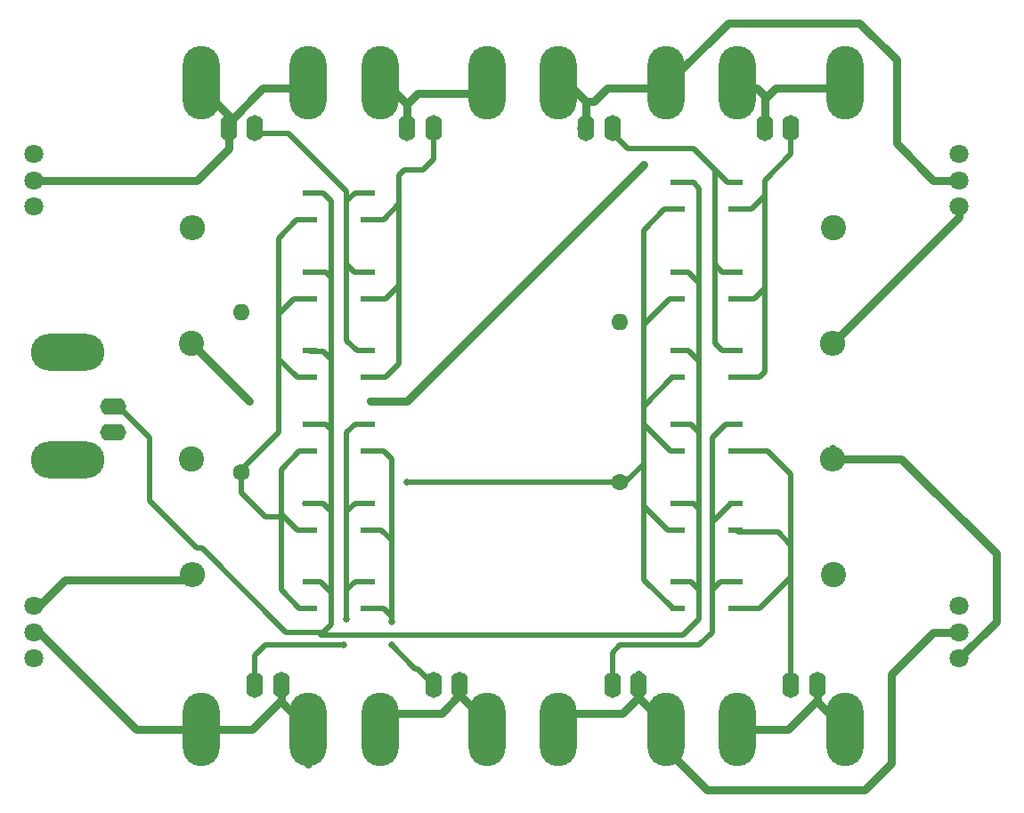
<source format=gbr>
G04 #@! TF.FileFunction,Copper,L1,Top,Signal*
%FSLAX46Y46*%
G04 Gerber Fmt 4.6, Leading zero omitted, Abs format (unit mm)*
G04 Created by KiCad (PCBNEW 4.0.2-stable) date 30/01/2018 13:09:08*
%MOMM*%
G01*
G04 APERTURE LIST*
%ADD10C,0.100000*%
%ADD11C,2.400000*%
%ADD12O,2.400000X2.400000*%
%ADD13O,3.500120X7.000240*%
%ADD14O,1.600200X2.499360*%
%ADD15O,7.000240X3.500120*%
%ADD16O,2.499360X1.600200*%
%ADD17C,1.600000*%
%ADD18O,1.600000X1.600000*%
%ADD19R,1.450000X0.550000*%
%ADD20C,1.800000*%
%ADD21C,0.700000*%
%ADD22C,0.650000*%
%ADD23C,0.750000*%
%ADD24C,0.500000*%
G04 APERTURE END LIST*
D10*
D11*
X93000000Y-68000000D03*
D12*
X153960000Y-68000000D03*
D13*
X110902220Y-43236600D03*
X121100320Y-43236600D03*
D14*
X116000000Y-47501260D03*
X113500640Y-47501260D03*
D13*
X144902220Y-43236600D03*
X155100320Y-43236600D03*
D14*
X150000000Y-47501260D03*
X147500640Y-47501260D03*
D13*
X93902220Y-43236600D03*
X104100320Y-43236600D03*
D14*
X99000000Y-47501260D03*
X96500640Y-47501260D03*
D13*
X127902220Y-43236600D03*
X138100320Y-43236600D03*
D14*
X133000000Y-47501260D03*
X130500640Y-47501260D03*
D15*
X81236600Y-79097780D03*
X81236600Y-68899680D03*
D16*
X85501260Y-74000000D03*
X85501260Y-76499360D03*
D13*
X138097780Y-104763400D03*
X127899680Y-104763400D03*
D14*
X133000000Y-100498740D03*
X135499360Y-100498740D03*
D13*
X104097780Y-104763400D03*
X93899680Y-104763400D03*
D14*
X99000000Y-100498740D03*
X101499360Y-100498740D03*
D13*
X155097780Y-104763400D03*
X144899680Y-104763400D03*
D14*
X150000000Y-100498740D03*
X152499360Y-100498740D03*
D13*
X121097780Y-104763400D03*
X110899680Y-104763400D03*
D14*
X116000000Y-100498740D03*
X118499360Y-100498740D03*
D11*
X154000000Y-57000000D03*
D12*
X93040000Y-57000000D03*
D17*
X133750000Y-81250000D03*
D18*
X133750000Y-66010000D03*
D11*
X93000000Y-79000000D03*
D12*
X153960000Y-79000000D03*
D11*
X154000000Y-90000000D03*
D12*
X93040000Y-90000000D03*
D19*
X104250000Y-68730000D03*
X104250000Y-71270000D03*
X109750000Y-71270000D03*
X109750000Y-68730000D03*
X104250000Y-61230000D03*
X104250000Y-63770000D03*
X109750000Y-63770000D03*
X109750000Y-61230000D03*
X104250000Y-53730000D03*
X104250000Y-56270000D03*
X109750000Y-56270000D03*
X109750000Y-53730000D03*
X139250000Y-68730000D03*
X139250000Y-71270000D03*
X144750000Y-71270000D03*
X144750000Y-68730000D03*
X139250000Y-61230000D03*
X139250000Y-63770000D03*
X144750000Y-63770000D03*
X144750000Y-61230000D03*
X139250000Y-52730000D03*
X139250000Y-55270000D03*
X144750000Y-55270000D03*
X144750000Y-52730000D03*
X139250000Y-75730000D03*
X139250000Y-78270000D03*
X144750000Y-78270000D03*
X144750000Y-75730000D03*
X139250000Y-90730000D03*
X139250000Y-93270000D03*
X144750000Y-93270000D03*
X144750000Y-90730000D03*
X139250000Y-83230000D03*
X139250000Y-85770000D03*
X144750000Y-85770000D03*
X144750000Y-83230000D03*
X104250000Y-83230000D03*
X104250000Y-85770000D03*
X109750000Y-85770000D03*
X109750000Y-83230000D03*
X104250000Y-75730000D03*
X104250000Y-78270000D03*
X109750000Y-78270000D03*
X109750000Y-75730000D03*
X104250000Y-90730000D03*
X104250000Y-93270000D03*
X109750000Y-93270000D03*
X109750000Y-90730000D03*
D17*
X97750000Y-80250000D03*
D18*
X97750000Y-65010000D03*
D20*
X166000000Y-50000000D03*
X166000000Y-52500000D03*
X166000000Y-55000000D03*
X78000000Y-55000000D03*
X78000000Y-52500000D03*
X78000000Y-50000000D03*
X166000000Y-93000000D03*
X166000000Y-95500000D03*
X166000000Y-98000000D03*
X78000000Y-98000000D03*
X78000000Y-95500000D03*
X78000000Y-93000000D03*
D21*
X136000000Y-51000000D03*
X110000000Y-73500000D03*
X98500000Y-73500000D03*
D22*
X107750000Y-94250000D03*
X107500000Y-96750000D03*
D21*
X121097780Y-103263400D03*
D22*
X112000000Y-96750000D03*
X112000000Y-94500000D03*
X113500000Y-81250000D03*
D23*
X113500640Y-48001260D02*
X113500640Y-48249360D01*
X113500000Y-45250000D02*
X114500000Y-44250000D01*
X114500000Y-44250000D02*
X120586920Y-44250000D01*
X120586920Y-44250000D02*
X121100320Y-43736600D01*
X110902220Y-43736600D02*
X111986600Y-43736600D01*
X111986600Y-43736600D02*
X113500000Y-45250000D01*
X113500000Y-45250000D02*
X113500640Y-45250640D01*
X113500640Y-45250640D02*
X113500640Y-48001260D01*
D24*
X112750000Y-54500000D02*
X112750000Y-54750000D01*
X111230000Y-56270000D02*
X109750000Y-56270000D01*
X112750000Y-54750000D02*
X111230000Y-56270000D01*
X112750000Y-62250000D02*
X112750000Y-62500000D01*
X111480000Y-63770000D02*
X109750000Y-63770000D01*
X112750000Y-62500000D02*
X111480000Y-63770000D01*
X116000000Y-48001260D02*
X116000000Y-50500000D01*
X111480000Y-71270000D02*
X109750000Y-71270000D01*
X112750000Y-70000000D02*
X111480000Y-71270000D01*
X112750000Y-52000000D02*
X112750000Y-54500000D01*
X112750000Y-54500000D02*
X112750000Y-62250000D01*
X112750000Y-62250000D02*
X112750000Y-70000000D01*
X113250000Y-51500000D02*
X112750000Y-52000000D01*
X115000000Y-51500000D02*
X113250000Y-51500000D01*
X116000000Y-50500000D02*
X115000000Y-51500000D01*
D23*
X136000000Y-51000000D02*
X113500000Y-73500000D01*
X113500000Y-73500000D02*
X110000000Y-73500000D01*
X98500000Y-73500000D02*
X93000000Y-68000000D01*
X147500640Y-45000000D02*
X147500640Y-44749360D01*
X148513400Y-43736600D02*
X155100320Y-43736600D01*
X147500640Y-44749360D02*
X148513400Y-43736600D01*
X144902220Y-43736600D02*
X146736600Y-43736600D01*
X147500640Y-44500640D02*
X147500640Y-45000000D01*
X147500640Y-45000000D02*
X147500640Y-48001260D01*
X146736600Y-43736600D02*
X147500640Y-44500640D01*
D24*
X147500000Y-53250000D02*
X147500000Y-54000000D01*
X146230000Y-55270000D02*
X144750000Y-55270000D01*
X147500000Y-54000000D02*
X146230000Y-55270000D01*
X147500000Y-61750000D02*
X147500000Y-62750000D01*
X146480000Y-63770000D02*
X144750000Y-63770000D01*
X147500000Y-62750000D02*
X146480000Y-63770000D01*
X150000000Y-48001260D02*
X150000000Y-50000000D01*
X146980000Y-71270000D02*
X144750000Y-71270000D01*
X147500000Y-70750000D02*
X146980000Y-71270000D01*
X147500000Y-52500000D02*
X147500000Y-53250000D01*
X147500000Y-53250000D02*
X147500000Y-61750000D01*
X147500000Y-61750000D02*
X147500000Y-70750000D01*
X150000000Y-50000000D02*
X147500000Y-52500000D01*
D23*
X96500640Y-47501260D02*
X96500640Y-49499360D01*
X93500000Y-52500000D02*
X78000000Y-52500000D01*
X96500640Y-49499360D02*
X93500000Y-52500000D01*
X96500640Y-47501260D02*
X96498740Y-47501260D01*
X104100320Y-43736600D02*
X99763400Y-43736600D01*
X99763400Y-43736600D02*
X96500640Y-46999360D01*
X96500640Y-46999360D02*
X96500640Y-48001260D01*
X96500640Y-48001260D02*
X96500640Y-46335020D01*
X96500640Y-46335020D02*
X93902220Y-43736600D01*
D24*
X109750000Y-68730000D02*
X108730000Y-68730000D01*
X107750000Y-67750000D02*
X107750000Y-60500000D01*
X108730000Y-68730000D02*
X107750000Y-67750000D01*
X107750000Y-55500000D02*
X107750000Y-54500000D01*
X108520000Y-53730000D02*
X109750000Y-53730000D01*
X107750000Y-54500000D02*
X108520000Y-53730000D01*
X99000000Y-48001260D02*
X102251260Y-48001260D01*
X108480000Y-61230000D02*
X109750000Y-61230000D01*
X107750000Y-60500000D02*
X108480000Y-61230000D01*
X107750000Y-53500000D02*
X107750000Y-55500000D01*
X107750000Y-55500000D02*
X107750000Y-60500000D01*
X102251260Y-48001260D02*
X107750000Y-53500000D01*
D23*
X138100320Y-43236600D02*
X138263400Y-43236600D01*
X138263400Y-43236600D02*
X144000000Y-37500000D01*
X163500000Y-52500000D02*
X166000000Y-52500000D01*
X160000000Y-49000000D02*
X163500000Y-52500000D01*
X160000000Y-41000000D02*
X160000000Y-49000000D01*
X156500000Y-37500000D02*
X160000000Y-41000000D01*
X144000000Y-37500000D02*
X156500000Y-37500000D01*
X138100320Y-43236600D02*
X138100320Y-42399680D01*
X130500640Y-47501260D02*
X129998740Y-47501260D01*
X130500640Y-47501260D02*
X130500640Y-47999360D01*
X130500000Y-45000000D02*
X131250000Y-45000000D01*
X132513400Y-43736600D02*
X138100320Y-43736600D01*
X131250000Y-45000000D02*
X132513400Y-43736600D01*
X127902220Y-43736600D02*
X129236600Y-43736600D01*
X129236600Y-43736600D02*
X130500000Y-45000000D01*
X130500000Y-45000000D02*
X130500640Y-45000640D01*
X130500640Y-45000640D02*
X130500640Y-48001260D01*
D24*
X144750000Y-52730000D02*
X143980000Y-52730000D01*
X143980000Y-52730000D02*
X142750000Y-51500000D01*
X142750000Y-59750000D02*
X142750000Y-51500000D01*
X134498740Y-49500000D02*
X133000000Y-48001260D01*
X140750000Y-49500000D02*
X134498740Y-49500000D01*
X142750000Y-51500000D02*
X140750000Y-49500000D01*
X142750000Y-59750000D02*
X142750000Y-60500000D01*
X143480000Y-61230000D02*
X144750000Y-61230000D01*
X142750000Y-60500000D02*
X143480000Y-61230000D01*
X143480000Y-68730000D02*
X144750000Y-68730000D01*
X142750000Y-68000000D02*
X143480000Y-68730000D01*
X142750000Y-59750000D02*
X142750000Y-68000000D01*
X85501260Y-74000000D02*
X86000000Y-74000000D01*
X86000000Y-74000000D02*
X89000000Y-77000000D01*
X89000000Y-77000000D02*
X89000000Y-83000000D01*
X89000000Y-83000000D02*
X93500000Y-87500000D01*
X93500000Y-87500000D02*
X94000000Y-87500000D01*
X94000000Y-87500000D02*
X102000000Y-95500000D01*
X102000000Y-95500000D02*
X105500000Y-95500000D01*
X105500000Y-95500000D02*
X105500000Y-95750000D01*
X141250000Y-62250000D02*
X141250000Y-54000000D01*
X140730000Y-52730000D02*
X139250000Y-52730000D01*
X141250000Y-53250000D02*
X140730000Y-52730000D01*
X141250000Y-54000000D02*
X141250000Y-53250000D01*
X141250000Y-69750000D02*
X141250000Y-62250000D01*
X140250000Y-61250000D02*
X139270000Y-61250000D01*
X140500000Y-61500000D02*
X140250000Y-61250000D01*
X141250000Y-62250000D02*
X140500000Y-61500000D01*
X139270000Y-61250000D02*
X139250000Y-61230000D01*
X141250000Y-91750000D02*
X141250000Y-91500000D01*
X140480000Y-90730000D02*
X139250000Y-90730000D01*
X141250000Y-91500000D02*
X140480000Y-90730000D01*
X141250000Y-84000000D02*
X141250000Y-83750000D01*
X140730000Y-83230000D02*
X139250000Y-83230000D01*
X141250000Y-83750000D02*
X140730000Y-83230000D01*
X141250000Y-76750000D02*
X141250000Y-76500000D01*
X140480000Y-75730000D02*
X139250000Y-75730000D01*
X141250000Y-76500000D02*
X140480000Y-75730000D01*
X105250000Y-95750000D02*
X105500000Y-95750000D01*
X105500000Y-95750000D02*
X139750000Y-95750000D01*
X140230000Y-68730000D02*
X139250000Y-68730000D01*
X141250000Y-69750000D02*
X140230000Y-68730000D01*
X141250000Y-94250000D02*
X141250000Y-91750000D01*
X141250000Y-91750000D02*
X141250000Y-84000000D01*
X141250000Y-84000000D02*
X141250000Y-76750000D01*
X141250000Y-76750000D02*
X141250000Y-69750000D01*
X139750000Y-95750000D02*
X141250000Y-94250000D01*
X106250000Y-69500000D02*
X105500000Y-68750000D01*
X105500000Y-68750000D02*
X104270000Y-68750000D01*
X104270000Y-68750000D02*
X104250000Y-68730000D01*
X106250000Y-61750000D02*
X106250000Y-54500000D01*
X105480000Y-53730000D02*
X104250000Y-53730000D01*
X106250000Y-54500000D02*
X105480000Y-53730000D01*
X106250000Y-76250000D02*
X106250000Y-69500000D01*
X106250000Y-69500000D02*
X106250000Y-61750000D01*
X105730000Y-61230000D02*
X104250000Y-61230000D01*
X106250000Y-61750000D02*
X105730000Y-61230000D01*
X104250000Y-90730000D02*
X105230000Y-90730000D01*
X105230000Y-90730000D02*
X106250000Y-91750000D01*
X106250000Y-84000000D02*
X105500000Y-83250000D01*
X105500000Y-83250000D02*
X104270000Y-83250000D01*
X104270000Y-83250000D02*
X104250000Y-83230000D01*
X105250000Y-95750000D02*
X106250000Y-94750000D01*
X106250000Y-94750000D02*
X106250000Y-91750000D01*
X106250000Y-91750000D02*
X106250000Y-84000000D01*
X106250000Y-84000000D02*
X106250000Y-76250000D01*
X106250000Y-76250000D02*
X105750000Y-75750000D01*
X105750000Y-75750000D02*
X104270000Y-75750000D01*
X104270000Y-75750000D02*
X104250000Y-75730000D01*
X104250000Y-83230000D02*
X103730000Y-83230000D01*
D23*
X138097780Y-104763400D02*
X138097780Y-106597780D01*
X138097780Y-106597780D02*
X142000000Y-110500000D01*
X142000000Y-110500000D02*
X157000000Y-110500000D01*
X157000000Y-110500000D02*
X159500000Y-108000000D01*
X159500000Y-108000000D02*
X159500000Y-99500000D01*
X159500000Y-99500000D02*
X163500000Y-95500000D01*
X163500000Y-95500000D02*
X166000000Y-95500000D01*
X135499360Y-100498740D02*
X135499360Y-99500640D01*
X135499360Y-101750640D02*
X135499360Y-100498740D01*
X135499360Y-101749360D02*
X135499360Y-101750640D01*
X133986600Y-103263400D02*
X127899680Y-103263400D01*
X135499360Y-101750640D02*
X133986600Y-103263400D01*
X135499360Y-101749360D02*
X137013400Y-103263400D01*
X137013400Y-103263400D02*
X138097780Y-103263400D01*
D24*
X144750000Y-83230000D02*
X144270000Y-83230000D01*
X144270000Y-83230000D02*
X142500000Y-85000000D01*
X142500000Y-85000000D02*
X142500000Y-85500000D01*
X142500000Y-92000000D02*
X142500000Y-91500000D01*
X143270000Y-90730000D02*
X144750000Y-90730000D01*
X142500000Y-91500000D02*
X143270000Y-90730000D01*
X133000000Y-100498740D02*
X133000000Y-98998740D01*
X143770000Y-75730000D02*
X142500000Y-77000000D01*
X142500000Y-77000000D02*
X142500000Y-85500000D01*
X142500000Y-85500000D02*
X142500000Y-92000000D01*
X142500000Y-92000000D02*
X142500000Y-95500000D01*
X142500000Y-95500000D02*
X141250000Y-96750000D01*
X141250000Y-96750000D02*
X133750000Y-96750000D01*
X133750000Y-96750000D02*
X133000000Y-97500000D01*
X133000000Y-97500000D02*
X133000000Y-98998740D01*
X143770000Y-75730000D02*
X144750000Y-75730000D01*
D23*
X93899680Y-104763400D02*
X87763400Y-104763400D01*
X87763400Y-104763400D02*
X78500000Y-95500000D01*
X78500000Y-95500000D02*
X78000000Y-95500000D01*
X104097780Y-104763400D02*
X104097780Y-108097780D01*
X104097780Y-104763400D02*
X104097780Y-106097780D01*
X96000000Y-104763400D02*
X93899680Y-104763400D01*
X101499360Y-102000000D02*
X101499360Y-102000640D01*
X98736600Y-104763400D02*
X96000000Y-104763400D01*
X101499360Y-102000640D02*
X98736600Y-104763400D01*
X101499360Y-100498740D02*
X101499360Y-102000000D01*
X101499360Y-102000000D02*
X101499360Y-102164980D01*
X101499360Y-102164980D02*
X104097780Y-104763400D01*
D24*
X99000000Y-100498740D02*
X99000000Y-98998740D01*
X99000000Y-97750000D02*
X99000000Y-98998740D01*
X107750000Y-94250000D02*
X107750000Y-91750000D01*
X107500000Y-96750000D02*
X101000000Y-96750000D01*
X101000000Y-96750000D02*
X100000000Y-96750000D01*
X100000000Y-96750000D02*
X99000000Y-97750000D01*
X109750000Y-83230000D02*
X108520000Y-83230000D01*
X107750000Y-84000000D02*
X107750000Y-84500000D01*
X108520000Y-83230000D02*
X107750000Y-84000000D01*
X107750000Y-91750000D02*
X107750000Y-84500000D01*
X107750000Y-84500000D02*
X107750000Y-76500000D01*
X108520000Y-75730000D02*
X109750000Y-75730000D01*
X107750000Y-76500000D02*
X108520000Y-75730000D01*
X109750000Y-90730000D02*
X108520000Y-90730000D01*
X107750000Y-91500000D02*
X107750000Y-91750000D01*
X108520000Y-90730000D02*
X107750000Y-91500000D01*
D23*
X152499360Y-102000000D02*
X152499360Y-102000640D01*
X149736600Y-104763400D02*
X144899680Y-104763400D01*
X152499360Y-102000640D02*
X149736600Y-104763400D01*
X152499360Y-100498740D02*
X152499360Y-102000000D01*
X152499360Y-102000000D02*
X152499360Y-102164980D01*
X152499360Y-102164980D02*
X155097780Y-104763400D01*
X144899680Y-103263400D02*
X144736600Y-103263400D01*
X92250000Y-79000000D02*
X93000000Y-79000000D01*
D24*
X150000000Y-100498740D02*
X150000000Y-98998740D01*
X150000000Y-98998740D02*
X150000000Y-89750000D01*
X150000000Y-89750000D02*
X150000000Y-90250000D01*
X146980000Y-93270000D02*
X144750000Y-93270000D01*
X150000000Y-90250000D02*
X146980000Y-93270000D01*
X150000000Y-87250000D02*
X148750000Y-86000000D01*
X148750000Y-86000000D02*
X144980000Y-86000000D01*
X144980000Y-86000000D02*
X144750000Y-85770000D01*
X150000000Y-89750000D02*
X150000000Y-87250000D01*
X150000000Y-87250000D02*
X150000000Y-80500000D01*
X147770000Y-78270000D02*
X144750000Y-78270000D01*
X150000000Y-80500000D02*
X147770000Y-78270000D01*
D23*
X118499360Y-101499360D02*
X118499360Y-101500640D01*
X116736600Y-103263400D02*
X110899680Y-103263400D01*
X118499360Y-101500640D02*
X116736600Y-103263400D01*
X118499360Y-101499360D02*
X120263400Y-103263400D01*
X120263400Y-103263400D02*
X121097780Y-103263400D01*
X153960000Y-90000000D02*
X154000000Y-90000000D01*
D24*
X114248740Y-98998740D02*
X114500000Y-98998740D01*
X114500000Y-98998740D02*
X116000000Y-100498740D01*
X114248740Y-98998740D02*
X112000000Y-96750000D01*
X112000000Y-94500000D02*
X112000000Y-94000000D01*
X112000000Y-94000000D02*
X111500000Y-93500000D01*
X111250000Y-93250000D02*
X109770000Y-93250000D01*
X111500000Y-93500000D02*
X111250000Y-93250000D01*
X109770000Y-93250000D02*
X109750000Y-93270000D01*
X112000000Y-87000000D02*
X112000000Y-86750000D01*
X111020000Y-85770000D02*
X109750000Y-85770000D01*
X112000000Y-86750000D02*
X111020000Y-85770000D01*
X111270000Y-78270000D02*
X109750000Y-78270000D01*
X112000000Y-79000000D02*
X111270000Y-78270000D01*
X112000000Y-94000000D02*
X112000000Y-87000000D01*
X112000000Y-87000000D02*
X112000000Y-79000000D01*
D23*
X166000000Y-55000000D02*
X166000000Y-55960000D01*
X166000000Y-55960000D02*
X153960000Y-68000000D01*
D24*
X133750000Y-81250000D02*
X113500000Y-81250000D01*
X136000000Y-83625000D02*
X136000000Y-90500000D01*
X136000000Y-90500000D02*
X138770000Y-93270000D01*
X138770000Y-93270000D02*
X139250000Y-93270000D01*
X139250000Y-85770000D02*
X138270000Y-85770000D01*
X136000000Y-83500000D02*
X136000000Y-83625000D01*
X136000000Y-83625000D02*
X136000000Y-79500000D01*
X138270000Y-85770000D02*
X136000000Y-83500000D01*
X139250000Y-78270000D02*
X138520000Y-78270000D01*
X138520000Y-78270000D02*
X136000000Y-75750000D01*
X139250000Y-71270000D02*
X138730000Y-71270000D01*
X138730000Y-71270000D02*
X136000000Y-74000000D01*
X139250000Y-63770000D02*
X138480000Y-63770000D01*
X138480000Y-63770000D02*
X136000000Y-66250000D01*
X133750000Y-81250000D02*
X134250000Y-81250000D01*
X134250000Y-81250000D02*
X136000000Y-79500000D01*
X136000000Y-79500000D02*
X136000000Y-75750000D01*
X136000000Y-75750000D02*
X136000000Y-74000000D01*
X136000000Y-74000000D02*
X136000000Y-66250000D01*
X136000000Y-66250000D02*
X136000000Y-57250000D01*
X136000000Y-57250000D02*
X137980000Y-55270000D01*
X137980000Y-55270000D02*
X139250000Y-55270000D01*
X101250000Y-69500000D02*
X101250000Y-76500000D01*
X101250000Y-76500000D02*
X97750000Y-80000000D01*
X97750000Y-80000000D02*
X97750000Y-80250000D01*
X101500000Y-84500000D02*
X100000000Y-84500000D01*
X100000000Y-84500000D02*
X97750000Y-82250000D01*
X97750000Y-82250000D02*
X97750000Y-80250000D01*
X104250000Y-93270000D02*
X103270000Y-93270000D01*
X101500000Y-91500000D02*
X101500000Y-84500000D01*
X101500000Y-84500000D02*
X101500000Y-84250000D01*
X103270000Y-93270000D02*
X101500000Y-91500000D01*
X104250000Y-63770000D02*
X102730000Y-63770000D01*
X102730000Y-63770000D02*
X101250000Y-65250000D01*
X104250000Y-78270000D02*
X103230000Y-78270000D01*
X103230000Y-78270000D02*
X101500000Y-80000000D01*
X103020000Y-85770000D02*
X104250000Y-85770000D01*
X101500000Y-84250000D02*
X103020000Y-85770000D01*
X101500000Y-80000000D02*
X101500000Y-84250000D01*
X104250000Y-56270000D02*
X102980000Y-56270000D01*
X103020000Y-71270000D02*
X104250000Y-71270000D01*
X101250000Y-69500000D02*
X103020000Y-71270000D01*
X101250000Y-58000000D02*
X101250000Y-65250000D01*
X101250000Y-65250000D02*
X101250000Y-69500000D01*
X102980000Y-56270000D02*
X101250000Y-58000000D01*
D23*
X153960000Y-79000000D02*
X160500000Y-79000000D01*
X169500000Y-94500000D02*
X166000000Y-98000000D01*
X169500000Y-88000000D02*
X169500000Y-94500000D01*
X160500000Y-79000000D02*
X169500000Y-88000000D01*
X153960000Y-79000000D02*
X153960000Y-78040000D01*
X92540000Y-90500000D02*
X81000000Y-90500000D01*
X81000000Y-90500000D02*
X78500000Y-93000000D01*
X92540000Y-90500000D02*
X93040000Y-90000000D01*
X78000000Y-93000000D02*
X78500000Y-93000000D01*
M02*

</source>
